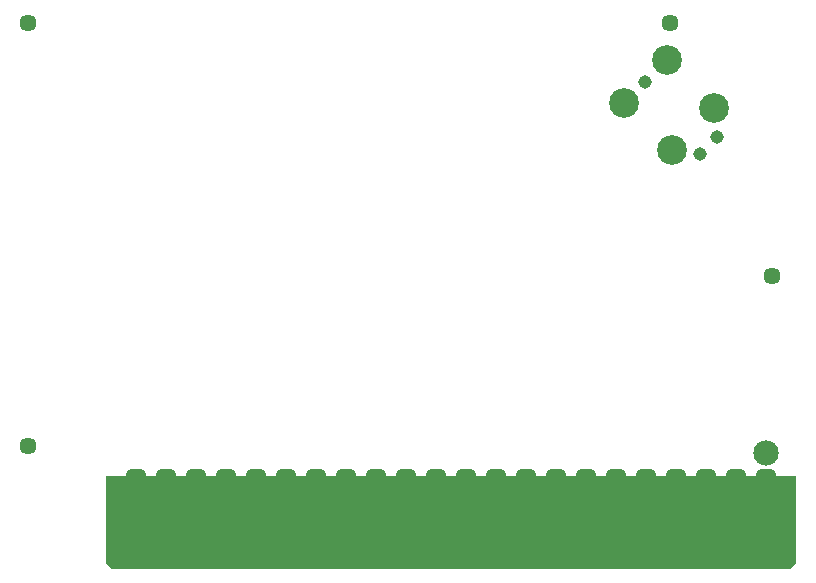
<source format=gbs>
G04 #@! TF.GenerationSoftware,KiCad,Pcbnew,(5.1.10-1-10_14)*
G04 #@! TF.CreationDate,2021-05-31T18:26:13-04:00*
G04 #@! TF.ProjectId,RAM2GS,52414d32-4753-42e6-9b69-6361645f7063,2.0*
G04 #@! TF.SameCoordinates,Original*
G04 #@! TF.FileFunction,Soldermask,Bot*
G04 #@! TF.FilePolarity,Negative*
%FSLAX46Y46*%
G04 Gerber Fmt 4.6, Leading zero omitted, Abs format (unit mm)*
G04 Created by KiCad (PCBNEW (5.1.10-1-10_14)) date 2021-05-31 18:26:13*
%MOMM*%
%LPD*%
G01*
G04 APERTURE LIST*
%ADD10C,0.100000*%
%ADD11C,1.448000*%
%ADD12C,2.524900*%
%ADD13C,1.140600*%
%ADD14C,2.150000*%
G04 APERTURE END LIST*
D10*
G36*
X113538000Y-139446000D02*
G01*
X113030000Y-139954000D01*
X55626000Y-139954000D01*
X55118000Y-139446000D01*
X55118000Y-132080000D01*
X113538000Y-132080000D01*
X113538000Y-139446000D01*
G37*
G36*
X113538000Y-139446000D02*
G01*
X113030000Y-139954000D01*
X55626000Y-139954000D01*
X55118000Y-139446000D01*
X55118000Y-132080000D01*
X113538000Y-132080000D01*
X113538000Y-139446000D01*
G37*
D11*
X111506000Y-115189000D03*
G36*
G01*
X110161000Y-138608500D02*
X110161000Y-131955500D01*
G75*
G02*
X110579500Y-131537000I418500J0D01*
G01*
X111416500Y-131537000D01*
G75*
G02*
X111835000Y-131955500I0J-418500D01*
G01*
X111835000Y-138608500D01*
G75*
G02*
X111416500Y-139027000I-418500J0D01*
G01*
X110579500Y-139027000D01*
G75*
G02*
X110161000Y-138608500I0J418500D01*
G01*
G37*
G36*
G01*
X107621000Y-138608500D02*
X107621000Y-131955500D01*
G75*
G02*
X108039500Y-131537000I418500J0D01*
G01*
X108876500Y-131537000D01*
G75*
G02*
X109295000Y-131955500I0J-418500D01*
G01*
X109295000Y-138608500D01*
G75*
G02*
X108876500Y-139027000I-418500J0D01*
G01*
X108039500Y-139027000D01*
G75*
G02*
X107621000Y-138608500I0J418500D01*
G01*
G37*
G36*
G01*
X105081000Y-138608500D02*
X105081000Y-131955500D01*
G75*
G02*
X105499500Y-131537000I418500J0D01*
G01*
X106336500Y-131537000D01*
G75*
G02*
X106755000Y-131955500I0J-418500D01*
G01*
X106755000Y-138608500D01*
G75*
G02*
X106336500Y-139027000I-418500J0D01*
G01*
X105499500Y-139027000D01*
G75*
G02*
X105081000Y-138608500I0J418500D01*
G01*
G37*
G36*
G01*
X102541000Y-138608500D02*
X102541000Y-131955500D01*
G75*
G02*
X102959500Y-131537000I418500J0D01*
G01*
X103796500Y-131537000D01*
G75*
G02*
X104215000Y-131955500I0J-418500D01*
G01*
X104215000Y-138608500D01*
G75*
G02*
X103796500Y-139027000I-418500J0D01*
G01*
X102959500Y-139027000D01*
G75*
G02*
X102541000Y-138608500I0J418500D01*
G01*
G37*
G36*
G01*
X100001000Y-138608500D02*
X100001000Y-131955500D01*
G75*
G02*
X100419500Y-131537000I418500J0D01*
G01*
X101256500Y-131537000D01*
G75*
G02*
X101675000Y-131955500I0J-418500D01*
G01*
X101675000Y-138608500D01*
G75*
G02*
X101256500Y-139027000I-418500J0D01*
G01*
X100419500Y-139027000D01*
G75*
G02*
X100001000Y-138608500I0J418500D01*
G01*
G37*
G36*
G01*
X97461000Y-138608500D02*
X97461000Y-131955500D01*
G75*
G02*
X97879500Y-131537000I418500J0D01*
G01*
X98716500Y-131537000D01*
G75*
G02*
X99135000Y-131955500I0J-418500D01*
G01*
X99135000Y-138608500D01*
G75*
G02*
X98716500Y-139027000I-418500J0D01*
G01*
X97879500Y-139027000D01*
G75*
G02*
X97461000Y-138608500I0J418500D01*
G01*
G37*
G36*
G01*
X94921000Y-138608500D02*
X94921000Y-131955500D01*
G75*
G02*
X95339500Y-131537000I418500J0D01*
G01*
X96176500Y-131537000D01*
G75*
G02*
X96595000Y-131955500I0J-418500D01*
G01*
X96595000Y-138608500D01*
G75*
G02*
X96176500Y-139027000I-418500J0D01*
G01*
X95339500Y-139027000D01*
G75*
G02*
X94921000Y-138608500I0J418500D01*
G01*
G37*
G36*
G01*
X92381000Y-138608500D02*
X92381000Y-131955500D01*
G75*
G02*
X92799500Y-131537000I418500J0D01*
G01*
X93636500Y-131537000D01*
G75*
G02*
X94055000Y-131955500I0J-418500D01*
G01*
X94055000Y-138608500D01*
G75*
G02*
X93636500Y-139027000I-418500J0D01*
G01*
X92799500Y-139027000D01*
G75*
G02*
X92381000Y-138608500I0J418500D01*
G01*
G37*
G36*
G01*
X89841000Y-138608500D02*
X89841000Y-131955500D01*
G75*
G02*
X90259500Y-131537000I418500J0D01*
G01*
X91096500Y-131537000D01*
G75*
G02*
X91515000Y-131955500I0J-418500D01*
G01*
X91515000Y-138608500D01*
G75*
G02*
X91096500Y-139027000I-418500J0D01*
G01*
X90259500Y-139027000D01*
G75*
G02*
X89841000Y-138608500I0J418500D01*
G01*
G37*
G36*
G01*
X87301000Y-138608500D02*
X87301000Y-131955500D01*
G75*
G02*
X87719500Y-131537000I418500J0D01*
G01*
X88556500Y-131537000D01*
G75*
G02*
X88975000Y-131955500I0J-418500D01*
G01*
X88975000Y-138608500D01*
G75*
G02*
X88556500Y-139027000I-418500J0D01*
G01*
X87719500Y-139027000D01*
G75*
G02*
X87301000Y-138608500I0J418500D01*
G01*
G37*
G36*
G01*
X84761000Y-138608500D02*
X84761000Y-131955500D01*
G75*
G02*
X85179500Y-131537000I418500J0D01*
G01*
X86016500Y-131537000D01*
G75*
G02*
X86435000Y-131955500I0J-418500D01*
G01*
X86435000Y-138608500D01*
G75*
G02*
X86016500Y-139027000I-418500J0D01*
G01*
X85179500Y-139027000D01*
G75*
G02*
X84761000Y-138608500I0J418500D01*
G01*
G37*
G36*
G01*
X82221000Y-138608500D02*
X82221000Y-131955500D01*
G75*
G02*
X82639500Y-131537000I418500J0D01*
G01*
X83476500Y-131537000D01*
G75*
G02*
X83895000Y-131955500I0J-418500D01*
G01*
X83895000Y-138608500D01*
G75*
G02*
X83476500Y-139027000I-418500J0D01*
G01*
X82639500Y-139027000D01*
G75*
G02*
X82221000Y-138608500I0J418500D01*
G01*
G37*
G36*
G01*
X79681000Y-138608500D02*
X79681000Y-131955500D01*
G75*
G02*
X80099500Y-131537000I418500J0D01*
G01*
X80936500Y-131537000D01*
G75*
G02*
X81355000Y-131955500I0J-418500D01*
G01*
X81355000Y-138608500D01*
G75*
G02*
X80936500Y-139027000I-418500J0D01*
G01*
X80099500Y-139027000D01*
G75*
G02*
X79681000Y-138608500I0J418500D01*
G01*
G37*
G36*
G01*
X77141000Y-138608500D02*
X77141000Y-131955500D01*
G75*
G02*
X77559500Y-131537000I418500J0D01*
G01*
X78396500Y-131537000D01*
G75*
G02*
X78815000Y-131955500I0J-418500D01*
G01*
X78815000Y-138608500D01*
G75*
G02*
X78396500Y-139027000I-418500J0D01*
G01*
X77559500Y-139027000D01*
G75*
G02*
X77141000Y-138608500I0J418500D01*
G01*
G37*
G36*
G01*
X74601000Y-138608500D02*
X74601000Y-131955500D01*
G75*
G02*
X75019500Y-131537000I418500J0D01*
G01*
X75856500Y-131537000D01*
G75*
G02*
X76275000Y-131955500I0J-418500D01*
G01*
X76275000Y-138608500D01*
G75*
G02*
X75856500Y-139027000I-418500J0D01*
G01*
X75019500Y-139027000D01*
G75*
G02*
X74601000Y-138608500I0J418500D01*
G01*
G37*
G36*
G01*
X72061000Y-138608500D02*
X72061000Y-131955500D01*
G75*
G02*
X72479500Y-131537000I418500J0D01*
G01*
X73316500Y-131537000D01*
G75*
G02*
X73735000Y-131955500I0J-418500D01*
G01*
X73735000Y-138608500D01*
G75*
G02*
X73316500Y-139027000I-418500J0D01*
G01*
X72479500Y-139027000D01*
G75*
G02*
X72061000Y-138608500I0J418500D01*
G01*
G37*
G36*
G01*
X69521000Y-138608500D02*
X69521000Y-131955500D01*
G75*
G02*
X69939500Y-131537000I418500J0D01*
G01*
X70776500Y-131537000D01*
G75*
G02*
X71195000Y-131955500I0J-418500D01*
G01*
X71195000Y-138608500D01*
G75*
G02*
X70776500Y-139027000I-418500J0D01*
G01*
X69939500Y-139027000D01*
G75*
G02*
X69521000Y-138608500I0J418500D01*
G01*
G37*
G36*
G01*
X66981000Y-138608500D02*
X66981000Y-131955500D01*
G75*
G02*
X67399500Y-131537000I418500J0D01*
G01*
X68236500Y-131537000D01*
G75*
G02*
X68655000Y-131955500I0J-418500D01*
G01*
X68655000Y-138608500D01*
G75*
G02*
X68236500Y-139027000I-418500J0D01*
G01*
X67399500Y-139027000D01*
G75*
G02*
X66981000Y-138608500I0J418500D01*
G01*
G37*
G36*
G01*
X64441000Y-138608500D02*
X64441000Y-131955500D01*
G75*
G02*
X64859500Y-131537000I418500J0D01*
G01*
X65696500Y-131537000D01*
G75*
G02*
X66115000Y-131955500I0J-418500D01*
G01*
X66115000Y-138608500D01*
G75*
G02*
X65696500Y-139027000I-418500J0D01*
G01*
X64859500Y-139027000D01*
G75*
G02*
X64441000Y-138608500I0J418500D01*
G01*
G37*
G36*
G01*
X61901000Y-138608500D02*
X61901000Y-131955500D01*
G75*
G02*
X62319500Y-131537000I418500J0D01*
G01*
X63156500Y-131537000D01*
G75*
G02*
X63575000Y-131955500I0J-418500D01*
G01*
X63575000Y-138608500D01*
G75*
G02*
X63156500Y-139027000I-418500J0D01*
G01*
X62319500Y-139027000D01*
G75*
G02*
X61901000Y-138608500I0J418500D01*
G01*
G37*
G36*
G01*
X59361000Y-138608500D02*
X59361000Y-131955500D01*
G75*
G02*
X59779500Y-131537000I418500J0D01*
G01*
X60616500Y-131537000D01*
G75*
G02*
X61035000Y-131955500I0J-418500D01*
G01*
X61035000Y-138608500D01*
G75*
G02*
X60616500Y-139027000I-418500J0D01*
G01*
X59779500Y-139027000D01*
G75*
G02*
X59361000Y-138608500I0J418500D01*
G01*
G37*
G36*
G01*
X56821000Y-138608500D02*
X56821000Y-131955500D01*
G75*
G02*
X57239500Y-131537000I418500J0D01*
G01*
X58076500Y-131537000D01*
G75*
G02*
X58495000Y-131955500I0J-418500D01*
G01*
X58495000Y-138608500D01*
G75*
G02*
X58076500Y-139027000I-418500J0D01*
G01*
X57239500Y-139027000D01*
G75*
G02*
X56821000Y-138608500I0J418500D01*
G01*
G37*
D12*
X106617090Y-100965987D03*
X103024987Y-104558090D03*
X98983872Y-100516974D03*
X102575974Y-96924872D03*
D13*
X100779923Y-98720923D03*
X105449656Y-104827497D03*
X106886497Y-103390656D03*
D14*
X110998000Y-130175000D03*
D11*
X48514000Y-93726000D03*
X102870000Y-93726000D03*
X48514000Y-129540000D03*
M02*

</source>
